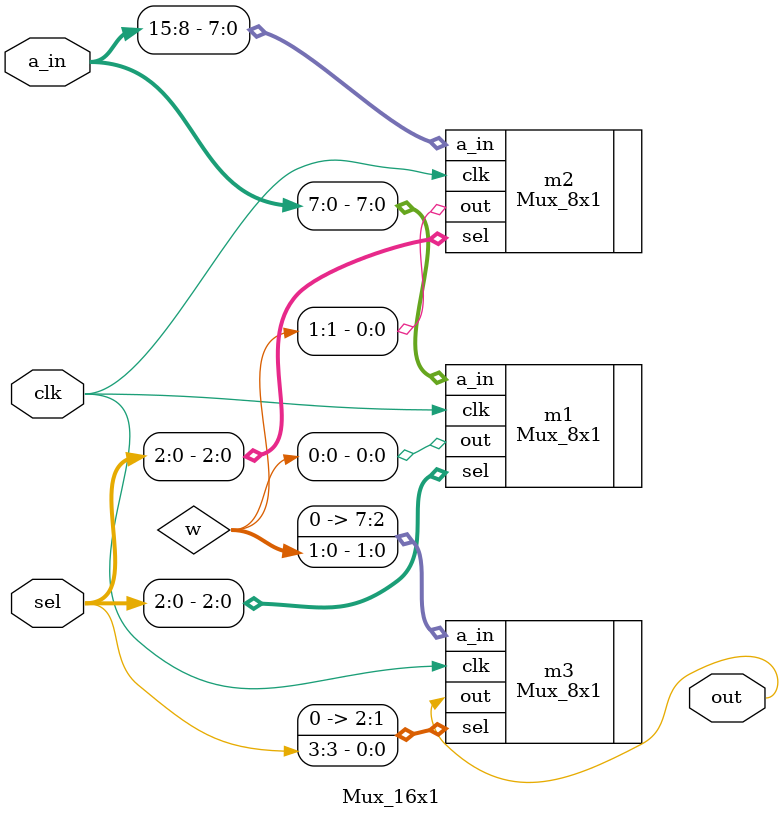
<source format=v>


module Mux_16x1 (
			input clk,			
			input [15:0] a_in,
			input [3:0] sel,
			output out
		);

	wire [1:0] w;
	
	Mux_8x1 m1(.clk(clk), .sel(sel[2:0]), .a_in(a_in[7:0]), .out(w[0]));
	Mux_8x1 m2(.clk(clk), .sel(sel[2:0]), .a_in(a_in[15:8]), .out(w[1]));
	Mux_8x1 m3(.clk(clk), .sel({2'b00, sel[3]}), .a_in({6'b0, w}), .out(out));
	

endmodule
</source>
